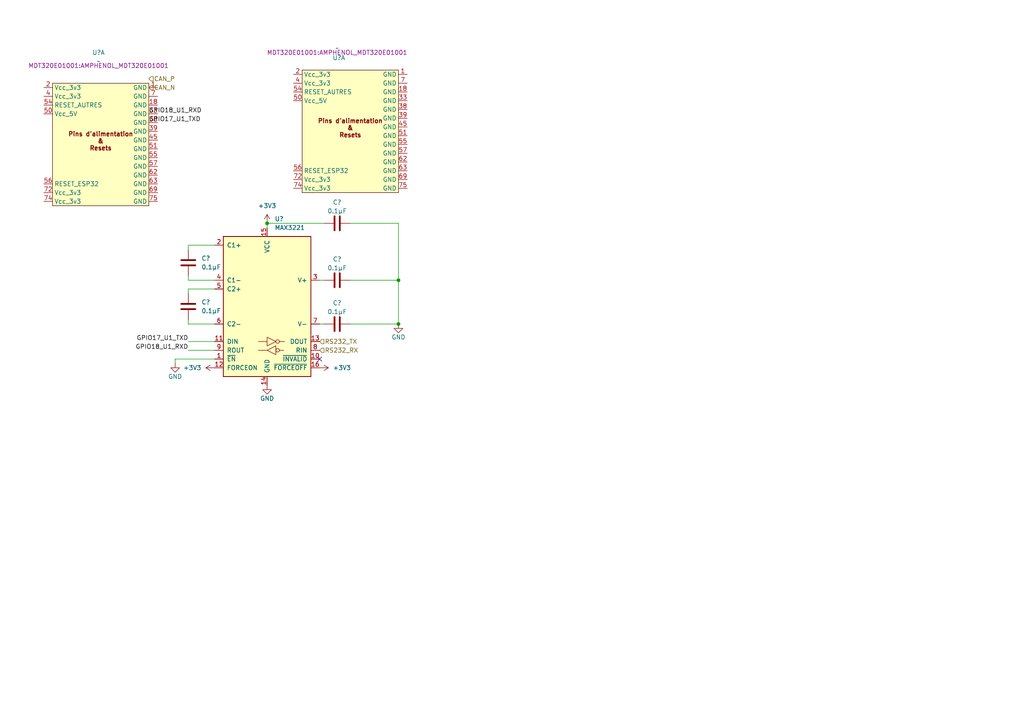
<source format=kicad_sch>
(kicad_sch (version 20231120) (generator "eeschema") (generator_version "8.0")
  (paper "A4")
  (title_block (title "Mobo V2.0") (date "2024-12-19") (rev "2.0") (company "Robotique UdeS - Biogénius") (comment 1 "Jacob Turcotte") (comment 2 "Schéma électrique créer par:"))
  (lib_symbols
    (symbol "Device:C" (pin_numbers hide) (pin_names (offset 0.254))
      (property "Reference" "C" (at 0.635 2.54 0))
      (property "Value" "C" (at 0.635 -2.54 0))
      (symbol "C_0_1"
        (polyline (pts (xy -2.032 -0.762) (xy 2.032 -0.762)) (stroke (width 0.508)))
        (polyline (pts (xy -2.032 0.762) (xy 2.032 0.762)) (stroke (width 0.508)))
      )
      (symbol "C_1_1"
        (pin passive line (at 0 3.81 270) (length 2.794) (name "~") (number "1"))
        (pin passive line (at 0 -3.81 90) (length 2.794) (name "~") (number "2"))
      )
    )
    (symbol "Interface_UART:MAX3221" (pin_names (offset 1.016))
      (property "Reference" "U" (at -10.16 21.59 0))
      (property "Value" "MAX3221" (at 12.7 21.59 0))
      (symbol "MAX3221_0_1"
        (rectangle (start -12.7 -20.32) (end 12.7 20.32) (stroke (width 0.254)) (fill (type background)))
        (polyline (pts (xy -2.54 -12.7) (xy 0 -12.7) (xy 0 -12.7)))
        (polyline (pts (xy -2.54 -10.16) (xy 0 -10.16) (xy 0 -10.16)))
        (polyline (pts (xy 3.556 -12.7) (xy 4.826 -12.7) (xy 4.826 -12.7)))
        (polyline (pts (xy 3.556 -10.16) (xy 5.08 -10.16) (xy 5.08 -10.16)))
        (polyline (pts (xy 2.54 -11.43) (xy 2.54 -13.97) (xy 0 -12.7) (xy 2.54 -11.43) (xy 2.54 -11.43)))
        (polyline (pts (xy 0 -11.43) (xy 0 -8.89) (xy 2.54 -10.16) (xy 0 -11.43) (xy 0 -11.43) (xy 0 -11.43)))
        (circle (center 3.048 -12.7) (radius 0.508))
        (circle (center 3.048 -10.16) (radius 0.508))
      )
      (symbol "MAX3221_1_1"
        (pin input line (at -15.24 -15.24 0) (length 2.54) (name "~{EN}") (number "1"))
        (pin output line (at 15.24 -15.24 180) (length 2.54) (name "~{INVALID}") (number "10"))
        (pin input line (at -15.24 -10.16 0) (length 2.54) (name "DIN") (number "11"))
        (pin input line (at -15.24 -17.78 0) (length 2.54) (name "FORCEON") (number "12"))
        (pin output line (at 15.24 -10.16 180) (length 2.54) (name "DOUT") (number "13"))
        (pin power_in line (at 0 -22.86 90) (length 2.54) (name "GND") (number "14"))
        (pin power_in line (at 0 22.86 270) (length 2.54) (name "VCC") (number "15"))
        (pin input line (at 15.24 -17.78 180) (length 2.54) (name "~{FORCEOFF}") (number "16"))
        (pin passive line (at -15.24 17.78 0) (length 2.54) (name "C1+") (number "2"))
        (pin power_out line (at 15.24 7.62 180) (length 2.54) (name "V+") (number "3"))
        (pin passive line (at -15.24 7.62 0) (length 2.54) (name "C1-") (number "4"))
        (pin passive line (at -15.24 5.08 0) (length 2.54) (name "C2+") (number "5"))
        (pin passive line (at -15.24 -5.08 0) (length 2.54) (name "C2-") (number "6"))
        (pin power_out line (at 15.24 -5.08 180) (length 2.54) (name "V-") (number "7"))
        (pin input line (at 15.24 -12.7 180) (length 2.54) (name "RIN") (number "8"))
        (pin output line (at -15.24 -12.7 0) (length 2.54) (name "ROUT") (number "9"))
      )
    )
    (symbol "connecteur_m2_key_E:connecteur_SOM_ESP32_V2"
      (property "Reference" "U" (at 0 9.652 0))
      (property "Footprint" "MDT320E01001:AMPHENOL_MDT320E01001" (at 0 9.652 0))
      (symbol "connecteur_SOM_ESP32_V2_1_1"
        (rectangle (start -13.97 0) (end 13.97 -35.56) (stroke (width 0) (color 72 0 0 1)) (fill (type background)))
        (text "Pins d'alimentation\n&\nResets" (at 0 -16.764 0) (effects (font (size 1.27 1.27) (bold yes))))
        (pin power_in line (at 16.51 -1.27 180) (length 2.54) (name "GND") (number "1"))
        (pin power_in line (at 16.51 -6.35 180) (length 2.54) (name "GND") (number "18"))
        (pin power_in line (at -16.51 -1.27 0) (length 2.54) (name "Vcc_3v3") (number "2"))
        (pin power_in line (at 16.51 -8.89 180) (length 2.54) (name "GND") (number "33"))
        (pin power_in line (at 16.51 -11.43 180) (length 2.54) (name "GND") (number "38"))
        (pin power_in line (at 16.51 -13.97 180) (length 2.54) (name "GND") (number "39"))
        (pin power_in line (at -16.51 -3.81 0) (length 2.54) (name "Vcc_3v3") (number "4"))
        (pin power_in line (at 16.51 -16.51 180) (length 2.54) (name "GND") (number "45"))
        (pin power_in line (at -16.51 -8.89 0) (length 2.54) (name "Vcc_5V") (number "50"))
        (pin power_in line (at 16.51 -19.05 180) (length 2.54) (name "GND") (number "51"))
        (pin bidirectional line (at -16.51 -6.35 0) (length 2.54) (name "RESET_AUTRES") (number "54"))
        (pin power_in line (at 16.51 -21.59 180) (length 2.54) (name "GND") (number "55"))
        (pin bidirectional line (at -16.51 -29.21 0) (length 2.54) (name "RESET_ESP32") (number "56"))
        (pin power_in line (at 16.51 -24.13 180) (length 2.54) (name "GND") (number "57"))
        (pin power_in line (at 16.51 -26.67 180) (length 2.54) (name "GND") (number "62"))
        (pin power_in line (at 16.51 -29.21 180) (length 2.54) (name "GND") (number "63"))
        (pin power_in line (at 16.51 -31.75 180) (length 2.54) (name "GND") (number "69"))
        (pin power_in line (at 16.51 -3.81 180) (length 2.54) (name "GND") (number "7"))
        (pin power_in line (at -16.51 -31.75 0) (length 2.54) (name "Vcc_3v3") (number "72"))
        (pin power_in line (at -16.51 -34.29 0) (length 2.54) (name "Vcc_3v3") (number "74"))
        (pin power_in line (at 16.51 -34.29 180) (length 2.54) (name "GND") (number "75"))
      )
      (symbol "connecteur_SOM_ESP32_V2_2_1"
        (rectangle (start -17.78 0) (end 16.51 -24.13) (stroke (width 0) (color 0 0 72 1)) (fill (type background)))
        (text "I2C" (at -0.254 -11.684 0) (effects (font (size 1.27 1.27))))
        (pin bidirectional line (at 19.05 -3.81 180) (length 2.54) (name "I2C_SCL_1_TCA") (number "11"))
        (pin bidirectional line (at 19.05 -7.62 180) (length 2.54) (name "I2C_SDA_2_TCA") (number "13"))
        (pin bidirectional line (at 19.05 -13.97 180) (length 2.54) (name "I2C_SDA_3_TCA") (number "14"))
        (pin bidirectional line (at 19.05 -10.16 180) (length 2.54) (name "I2C_SCL_2_TCA") (number "15"))
        (pin bidirectional line (at 19.05 -16.51 180) (length 2.54) (name "I2C_SCL_3_TCA") (number "16"))
        (pin bidirectional line (at 19.05 -20.32 180) (length 2.54) (name "I2C_SDA_4_TCA") (number "17"))
        (pin bidirectional line (at 19.05 -22.86 180) (length 2.54) (name "I2C_SCL_4_TCA") (number "19"))
        (pin bidirectional line (at -20.32 -10.16 0) (length 2.54) (name "I2C_SDA_ESP32") (number "58"))
        (pin bidirectional line (at -20.32 -12.7 0) (length 2.54) (name "I2C_SCL_ESP32") (number "60"))
        (pin bidirectional line (at 19.05 -1.27 180) (length 2.54) (name "I2C_SDA_1_TCA") (number "9"))
      )
      (symbol "connecteur_SOM_ESP32_V2_3_1"
        (rectangle (start -2.54 6.35) (end 15.24 -7.62) (stroke (width 0) (color 0 0 72 1)) (fill (type background)))
        (text "SPI" (at 0 0 0) (effects (font (size 1.27 1.27) (bold yes))))
        (pin bidirectional line (at 17.78 5.08 180) (length 2.54) (name "SPI_CS_5") (number "20"))
        (pin bidirectional line (at 17.78 2.54 180) (length 2.54) (name "SPI_CS_6") (number "21"))
        (pin bidirectional line (at 17.78 -1.27 180) (length 2.54) (name "SPI_CLK") (number "23"))
        (pin bidirectional line (at 17.78 -3.81 180) (length 2.54) (name "SPI_MOSI") (number "35"))
        (pin bidirectional line (at 17.78 -6.35 180) (length 2.54) (name "SPI_MISO") (number "37"))
      )
      (symbol "connecteur_SOM_ESP32_V2_4_1"
        (rectangle (start -12.7 2.54) (end 11.43 -2.54) (stroke (width 0) (color 0 0 72 1)) (fill (type background)))
        (text "Canbus" (at -8.636 0.254 0) (effects (font (size 1.27 1.27) (bold yes))))
        (pin bidirectional line (at 13.97 1.27 180) (length 2.54) (name "CAN_H_MCP2515") (number "71"))
        (pin bidirectional line (at 13.97 -1.27 180) (length 2.54) (name "CAN_L_MCP2515") (number "73"))
      )
      (symbol "connecteur_SOM_ESP32_V2_5_1"
        (rectangle (start -11.43 2.54) (end 3.81 -2.54) (stroke (width 0) (color 0 0 72 1)) (fill (type background)))
        (text "UART" (at -7.874 0.254 0) (effects (font (size 1.27 1.27) (bold yes))))
        (pin bidirectional line (at 6.35 1.27 180) (length 2.54) (name "UART_TX") (number "22"))
        (pin bidirectional line (at 6.35 -1.27 180) (length 2.54) (name "UART_RX") (number "32"))
      )
      (symbol "connecteur_SOM_ESP32_V2_6_1"
        (rectangle (start -13.97 2.54) (end 8.89 -2.54) (stroke (width 0) (color 0 0 72 1)) (fill (type background)))
        (text "USB" (at -11.176 0.254 0) (effects (font (size 1.27 1.27) (bold yes))))
        (pin bidirectional line (at 11.43 -1.27 180) (length 2.54) (name "USB_D+_FT231") (number "3"))
        (pin bidirectional line (at 11.43 1.27 180) (length 2.54) (name "USB_D-_FT231") (number "5"))
      )
      (symbol "connecteur_SOM_ESP32_V2_7_1"
        (rectangle (start -13.97 2.54) (end 10.16 -2.54) (stroke (width 0) (color 0 0 72 1)) (fill (type background)))
        (text "DEBUG" (at -9.906 0.254 0) (effects (font (size 1.27 1.27) (bold yes))))
        (pin bidirectional line (at 12.7 1.27 180) (length 2.54) (name "USB_DEBUG_D-") (number "46"))
        (pin bidirectional line (at 12.7 -1.27 180) (length 2.54) (name "USB_DEBUG_D+") (number "48"))
      )
      (symbol "connecteur_SOM_ESP32_V2_8_1"
        (rectangle (start -15.24 3.81) (end 5.08 -3.81) (stroke (width 0) (color 0 0 72 1)) (fill (type background)))
        (text "I2S" (at -12.192 0 0) (effects (font (size 1.27 1.27) (bold yes))))
        (pin bidirectional line (at 7.62 0 180) (length 2.54) (name "I2S_WS") (number "10"))
        (pin bidirectional line (at 7.62 -2.54 180) (length 2.54) (name "I2S_DIN/DOUT") (number "12"))
        (pin bidirectional line (at 7.62 2.54 180) (length 2.54) (name "I2S_BCLK") (number "8"))
      )
      (symbol "connecteur_SOM_ESP32_V2_9_1"
        (rectangle (start -11.43 5.08) (end 13.97 -5.08) (stroke (width 0) (color 0 72 0 1)) (fill (type background)))
        (text "Sortie PWM\n" (at -5.588 0.254 0) (effects (font (size 1.27 1.27))))
        (pin output line (at 16.51 3.81 180) (length 2.54) (name "PWM_1_PCA") (number "64"))
        (pin output line (at 16.51 1.27 180) (length 2.54) (name "PWM_2_PCA") (number "66"))
        (pin output line (at 16.51 -1.27 180) (length 2.54) (name "PWM_3_PCA") (number "68"))
        (pin output line (at 16.51 -3.81 180) (length 2.54) (name "PWM_4_PCA") (number "70"))
      )
      (symbol "connecteur_SOM_ESP32_V2_10_1"
        (rectangle (start -13.97 3.81) (end 12.7 -8.89) (stroke (width 0) (color 0 72 0 1)) (fill (type background)))
        (text "ESP32\n" (at -0.762 -6.604 0) (effects (font (size 1.27 1.27))))
        (text "GPIO pins" (at -0.762 2.032 0) (effects (font (size 1.27 1.27))))
        (pin bidirectional line (at 15.24 -5.08 180) (length 2.54) (name "RST_OTHER") (number "34"))
        (pin bidirectional line (at 15.24 -7.62 180) (length 2.54) (name "GPIO48") (number "36"))
        (pin bidirectional line (at -16.51 2.54 0) (length 2.54) (name "GPIO15") (number "40"))
        (pin bidirectional line (at -16.51 0 0) (length 2.54) (name "GPIO16") (number "41"))
        (pin bidirectional line (at -16.51 -2.54 0) (length 2.54) (name "GPIO26") (number "42"))
        (pin bidirectional line (at -16.51 -5.08 0) (length 2.54) (name "GPIO33") (number "43"))
        (pin bidirectional line (at -16.51 -7.62 0) (length 2.54) (name "GPIO34") (number "44"))
        (pin bidirectional line (at 15.24 2.54 180) (length 2.54) (name "GPIO45") (number "52"))
        (pin bidirectional line (at 15.24 0 180) (length 2.54) (name "GPIO46") (number "53"))
        (pin bidirectional line (at 15.24 -2.54 180) (length 2.54) (name "GPIO38&LED") (number "6"))
      )
    )
    (symbol "power:+3V3" (power) (pin_numbers hide) (pin_names (offset 0) hide)
      (property "Value" "+3V3" (at 0 3.556 0))
      (symbol "+3V3_0_1"
        (polyline (pts (xy -0.762 1.27) (xy 0 2.54)))
        (polyline (pts (xy 0 0) (xy 0 2.54)))
        (polyline (pts (xy 0 2.54) (xy 0.762 1.27)))
      )
      (symbol "+3V3_1_1"
        (pin power_in line (at 0 0 90) (length 0) (name "~") (number "1"))
      )
    )
    (symbol "power:GND" (power) (pin_numbers hide) (pin_names (offset 0) hide)
      (property "Value" "GND" (at 0 -3.81 0))
      (symbol "GND_0_1"
        (polyline (pts (xy 0 0) (xy 0 -1.27) (xy 1.27 -1.27) (xy 0 -2.54) (xy -1.27 -1.27) (xy 0 -1.27)))
      )
      (symbol "GND_1_1"
        (pin power_in line (at 0 0 270) (length 0) (name "~") (number "1"))
      )
    )
  )
  (junction (at 77.47 64.77))
  (junction (at 115.57 93.98))
  (junction (at 115.57 81.28))
  (no_connect (at 92.71 104.14))
  (wire (pts (xy 54.61 80.01) (xy 54.61 81.28)))
  (wire (pts (xy 115.57 81.28) (xy 115.57 93.98)))
  (wire (pts (xy 50.8 105.41) (xy 50.8 104.14)))
  (wire (pts (xy 50.8 104.14) (xy 62.23 104.14)))
  (wire (pts (xy 54.61 92.71) (xy 54.61 93.98)))
  (wire (pts (xy 77.47 64.77) (xy 77.47 66.04)))
  (wire (pts (xy 62.23 71.12) (xy 54.61 71.12)))
  (wire (pts (xy 115.57 93.98) (xy 101.6 93.98)))
  (wire (pts (xy 62.23 83.82) (xy 54.61 83.82)))
  (wire (pts (xy 92.71 81.28) (xy 93.98 81.28)))
  (wire (pts (xy 54.61 83.82) (xy 54.61 85.09)))
  (wire (pts (xy 115.57 64.77) (xy 115.57 81.28)))
  (wire (pts (xy 54.61 101.6) (xy 62.23 101.6)))
  (wire (pts (xy 92.71 93.98) (xy 93.98 93.98)))
  (wire (pts (xy 93.98 64.77) (xy 77.47 64.77)))
  (wire (pts (xy 54.61 71.12) (xy 54.61 72.39)))
  (wire (pts (xy 54.61 93.98) (xy 62.23 93.98)))
  (wire (pts (xy 54.61 99.06) (xy 62.23 99.06)))
  (wire (pts (xy 54.61 81.28) (xy 62.23 81.28)))
  (wire (pts (xy 101.6 81.28) (xy 115.57 81.28)))
  (wire (pts (xy 101.6 64.77) (xy 115.57 64.77)))
  (label "GPIO18_U1_RXD" (at 54.61 101.6 180))
  (label "GPIO17_U1_TXD" (at 54.61 99.06 180))
  (label "GPIO18_U1_RXD" (at 43.18 33.02 0))
  (label "GPIO17_U1_TXD" (at 43.18 35.56 0))
  (hierarchical_label "RS232_RX" (shape input) (at 92.71 101.6 0))
  (hierarchical_label "RS232_TX" (shape input) (at 92.71 99.06 0))
  (hierarchical_label "CAN_P" (shape input) (at 43.18 22.86 0))
  (hierarchical_label "CAN_N" (shape input) (at 43.18 25.4 0))
  (symbol (lib_id "power:+3V3") (at 77.47 64.77 0) (unit 1)
    (property "Reference" "#PWR?" (effects (hide yes)))
    (property "Value" "+3V3" (at 77.47 59.69 0))
    (property "Description" "Power symbol creates a global label with name \"+3V3\"" (effects (hide yes)))
  )
  (symbol (lib_id "Device:C") (at 97.79 81.28 90) (unit 1)
    (property "Reference" "C?" (at 97.79 75.184 90))
    (property "Value" "0.1µF" (at 97.79 77.724 90))
    (property "Footprint" "Capacitor_SMD:C_0603_1608Metric_Pad1.08x0.95mm_HandSolder" (effects (hide yes)))
    (property "Description" "Unpolarized capacitor" (effects (hide yes)))
  )
  (symbol (lib_id "Device:C") (at 97.79 64.77 90) (unit 1)
    (property "Reference" "C?" (at 97.79 58.674 90))
    (property "Value" "0.1µF" (at 97.79 61.214 90))
    (property "Footprint" "Capacitor_SMD:C_0603_1608Metric_Pad1.08x0.95mm_HandSolder" (effects (hide yes)))
    (property "Description" "Unpolarized capacitor" (effects (hide yes)))
  )
  (symbol (lib_id "connecteur_m2_key_E:connecteur_SOM_ESP32_V2") (at 29.21 24.13 0) (unit 1)
    (property "Reference" "U?" (at 28.575 15.24 0))
    (property "Value" "~" (at 28.575 17.78 0))
    (property "Footprint" "MDT320E01001:AMPHENOL_MDT320E01001" (at 28.575 19.05 0))
  )
  (symbol (lib_id "power:GND") (at 50.8 105.41 0) (unit 1)
    (property "Reference" "#PWR?" (effects (hide yes)))
    (property "Value" "GND" (at 50.8 109.22 0))
    (property "Description" "Power symbol creates a global label with name \"GND\" , ground" (effects (hide yes)))
  )
  (symbol (lib_id "connecteur_m2_key_E:connecteur_SOM_ESP32_V2") (at 101.6 20.32 0) (unit 1)
    (property "Reference" "U?" (at 98.298 16.764 0))
    (property "Value" "~" (at 97.79 13.97 0))
    (property "Footprint" "MDT320E01001:AMPHENOL_MDT320E01001" (at 97.79 15.24 0))
  )
  (symbol (lib_id "Device:C") (at 54.61 76.2 0) (unit 1)
    (property "Reference" "C?" (at 58.42 74.9299 0) (effects (justify left)))
    (property "Value" "0.1µF" (at 58.42 77.4699 0) (effects (justify left)))
    (property "Footprint" "Capacitor_SMD:C_0603_1608Metric_Pad1.08x0.95mm_HandSolder" (effects (hide yes)))
    (property "Description" "Unpolarized capacitor" (effects (hide yes)))
  )
  (symbol (lib_id "Interface_UART:MAX3221") (at 77.47 88.9 0) (unit 1)
    (property "Reference" "U?" (at 79.6641 63.5 0) (effects (justify left)))
    (property "Value" "MAX3221" (at 79.6641 66.04 0) (effects (justify left)))
    (property "Footprint" "Package_SO:SSOP-16_3.9x4.9mm_P0.635mm" (effects (hide yes)))
    (property "Datasheet" "http://www.ti.com/lit/ds/symlink/max3221.pdf" (effects (hide yes)))
    (property "Description" "RS232 transceiver with 15kV ESD protection" (effects (hide yes)))
  )
  (symbol (lib_id "Device:C") (at 54.61 88.9 0) (unit 1)
    (property "Reference" "C?" (at 58.42 87.6299 0) (effects (justify left)))
    (property "Value" "0.1µF" (at 58.42 90.1699 0) (effects (justify left)))
    (property "Footprint" "Capacitor_SMD:C_0603_1608Metric_Pad1.08x0.95mm_HandSolder" (effects (hide yes)))
    (property "Description" "Unpolarized capacitor" (effects (hide yes)))
  )
  (symbol (lib_id "power:GND") (at 77.47 111.76 0) (unit 1)
    (property "Reference" "#PWR?" (effects (hide yes)))
    (property "Value" "GND" (at 77.47 115.57 0))
    (property "Description" "Power symbol creates a global label with name \"GND\" , ground" (effects (hide yes)))
  )
  (symbol (lib_id "power:GND") (at 115.57 93.98 0) (unit 1)
    (property "Reference" "#PWR?" (effects (hide yes)))
    (property "Value" "GND" (at 115.57 97.79 0))
    (property "Description" "Power symbol creates a global label with name \"GND\" , ground" (effects (hide yes)))
  )
  (symbol (lib_id "Device:C") (at 97.79 93.98 90) (unit 1)
    (property "Reference" "C?" (at 97.79 87.884 90))
    (property "Value" "0.1µF" (at 97.79 90.424 90))
    (property "Footprint" "Capacitor_SMD:C_0603_1608Metric_Pad1.08x0.95mm_HandSolder" (effects (hide yes)))
    (property "Description" "Unpolarized capacitor" (effects (hide yes)))
  )
  (symbol (lib_id "power:+3V3") (at 92.71 106.68 270) (unit 1)
    (property "Reference" "#PWR?" (effects (hide yes)))
    (property "Value" "+3V3" (at 96.52 106.6799 90) (effects (justify left)))
    (property "Description" "Power symbol creates a global label with name \"+3V3\"" (effects (hide yes)))
  )
  (symbol (lib_id "power:+3V3") (at 62.23 106.68 90) (unit 1)
    (property "Reference" "#PWR?" (effects (hide yes)))
    (property "Value" "+3V3" (at 58.42 106.6799 90) (effects (justify left)))
    (property "Description" "Power symbol creates a global label with name \"+3V3\"" (effects (hide yes)))
  )
)
</source>
